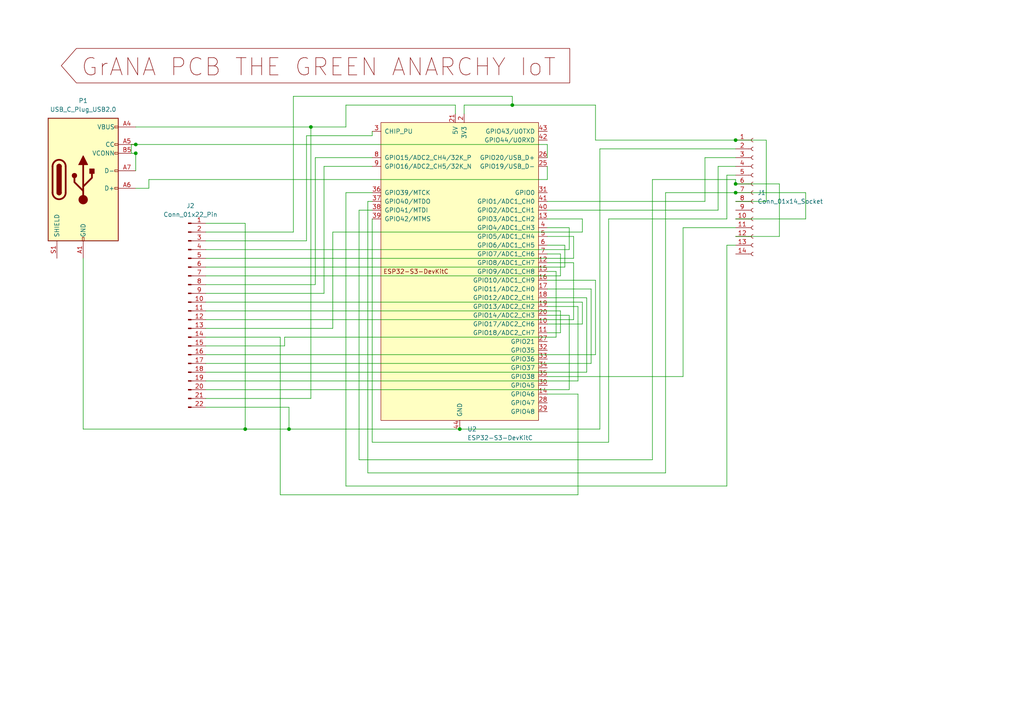
<source format=kicad_sch>
(kicad_sch (version 20231120) (generator "eeschema") (generator_version "8.0")
  (paper "A4")
  (lib_symbols
    (symbol "Connector:Conn_01x14_Socket" (pin_names (offset 1.016) hide)
      (property "Reference" "J" (at 0 17.78 0))
      (property "Value" "Conn_01x14_Socket" (at 0 -20.32 0))
      (symbol "Conn_01x14_Socket_1_1"
        (arc (start 0 -17.272) (mid -0.5058 -17.78) (end 0 -18.288) (stroke (width 0.1524)))
        (arc (start 0 -14.732) (mid -0.5058 -15.24) (end 0 -15.748) (stroke (width 0.1524)))
        (arc (start 0 -12.192) (mid -0.5058 -12.7) (end 0 -13.208) (stroke (width 0.1524)))
        (arc (start 0 -9.652) (mid -0.5058 -10.16) (end 0 -10.668) (stroke (width 0.1524)))
        (arc (start 0 -7.112) (mid -0.5058 -7.62) (end 0 -8.128) (stroke (width 0.1524)))
        (arc (start 0 -4.572) (mid -0.5058 -5.08) (end 0 -5.588) (stroke (width 0.1524)))
        (arc (start 0 -2.032) (mid -0.5058 -2.54) (end 0 -3.048) (stroke (width 0.1524)))
        (polyline (pts (xy -1.27 -17.78) (xy -0.508 -17.78)) (stroke (width 0.1524)))
        (polyline (pts (xy -1.27 -15.24) (xy -0.508 -15.24)) (stroke (width 0.1524)))
        (polyline (pts (xy -1.27 -12.7) (xy -0.508 -12.7)) (stroke (width 0.1524)))
        (polyline (pts (xy -1.27 -10.16) (xy -0.508 -10.16)) (stroke (width 0.1524)))
        (polyline (pts (xy -1.27 -7.62) (xy -0.508 -7.62)) (stroke (width 0.1524)))
        (polyline (pts (xy -1.27 -5.08) (xy -0.508 -5.08)) (stroke (width 0.1524)))
        (polyline (pts (xy -1.27 -2.54) (xy -0.508 -2.54)) (stroke (width 0.1524)))
        (polyline (pts (xy -1.27 0) (xy -0.508 0)) (stroke (width 0.1524)))
        (polyline (pts (xy -1.27 2.54) (xy -0.508 2.54)) (stroke (width 0.1524)))
        (polyline (pts (xy -1.27 5.08) (xy -0.508 5.08)) (stroke (width 0.1524)))
        (polyline (pts (xy -1.27 7.62) (xy -0.508 7.62)) (stroke (width 0.1524)))
        (polyline (pts (xy -1.27 10.16) (xy -0.508 10.16)) (stroke (width 0.1524)))
        (polyline (pts (xy -1.27 12.7) (xy -0.508 12.7)) (stroke (width 0.1524)))
        (polyline (pts (xy -1.27 15.24) (xy -0.508 15.24)) (stroke (width 0.1524)))
        (arc (start 0 0.508) (mid -0.5058 0) (end 0 -0.508) (stroke (width 0.1524)))
        (arc (start 0 3.048) (mid -0.5058 2.54) (end 0 2.032) (stroke (width 0.1524)))
        (arc (start 0 5.588) (mid -0.5058 5.08) (end 0 4.572) (stroke (width 0.1524)))
        (arc (start 0 8.128) (mid -0.5058 7.62) (end 0 7.112) (stroke (width 0.1524)))
        (arc (start 0 10.668) (mid -0.5058 10.16) (end 0 9.652) (stroke (width 0.1524)))
        (arc (start 0 13.208) (mid -0.5058 12.7) (end 0 12.192) (stroke (width 0.1524)))
        (arc (start 0 15.748) (mid -0.5058 15.24) (end 0 14.732) (stroke (width 0.1524)))
        (pin passive line (at -5.08 15.24 0) (length 3.81) (name "Pin_1") (number "1"))
        (pin passive line (at -5.08 -7.62 0) (length 3.81) (name "Pin_10") (number "10"))
        (pin passive line (at -5.08 -10.16 0) (length 3.81) (name "Pin_11") (number "11"))
        (pin passive line (at -5.08 -12.7 0) (length 3.81) (name "Pin_12") (number "12"))
        (pin passive line (at -5.08 -15.24 0) (length 3.81) (name "Pin_13") (number "13"))
        (pin passive line (at -5.08 -17.78 0) (length 3.81) (name "Pin_14") (number "14"))
        (pin passive line (at -5.08 12.7 0) (length 3.81) (name "Pin_2") (number "2"))
        (pin passive line (at -5.08 10.16 0) (length 3.81) (name "Pin_3") (number "3"))
        (pin passive line (at -5.08 7.62 0) (length 3.81) (name "Pin_4") (number "4"))
        (pin passive line (at -5.08 5.08 0) (length 3.81) (name "Pin_5") (number "5"))
        (pin passive line (at -5.08 2.54 0) (length 3.81) (name "Pin_6") (number "6"))
        (pin passive line (at -5.08 0 0) (length 3.81) (name "Pin_7") (number "7"))
        (pin passive line (at -5.08 -2.54 0) (length 3.81) (name "Pin_8") (number "8"))
        (pin passive line (at -5.08 -5.08 0) (length 3.81) (name "Pin_9") (number "9"))
      )
    )
    (symbol "Connector:Conn_01x22_Pin" (pin_names (offset 1.016) hide)
      (property "Reference" "J" (at 0 27.94 0))
      (property "Value" "Conn_01x22_Pin" (at 0 -30.48 0))
      (symbol "Conn_01x22_Pin_1_1"
        (polyline (pts (xy 1.27 -27.94) (xy 0.8636 -27.94)) (stroke (width 0.1524)))
        (polyline (pts (xy 1.27 -25.4) (xy 0.8636 -25.4)) (stroke (width 0.1524)))
        (polyline (pts (xy 1.27 -22.86) (xy 0.8636 -22.86)) (stroke (width 0.1524)))
        (polyline (pts (xy 1.27 -20.32) (xy 0.8636 -20.32)) (stroke (width 0.1524)))
        (polyline (pts (xy 1.27 -17.78) (xy 0.8636 -17.78)) (stroke (width 0.1524)))
        (polyline (pts (xy 1.27 -15.24) (xy 0.8636 -15.24)) (stroke (width 0.1524)))
        (polyline (pts (xy 1.27 -12.7) (xy 0.8636 -12.7)) (stroke (width 0.1524)))
        (polyline (pts (xy 1.27 -10.16) (xy 0.8636 -10.16)) (stroke (width 0.1524)))
        (polyline (pts (xy 1.27 -7.62) (xy 0.8636 -7.62)) (stroke (width 0.1524)))
        (polyline (pts (xy 1.27 -5.08) (xy 0.8636 -5.08)) (stroke (width 0.1524)))
        (polyline (pts (xy 1.27 -2.54) (xy 0.8636 -2.54)) (stroke (width 0.1524)))
        (polyline (pts (xy 1.27 0) (xy 0.8636 0)) (stroke (width 0.1524)))
        (polyline (pts (xy 1.27 2.54) (xy 0.8636 2.54)) (stroke (width 0.1524)))
        (polyline (pts (xy 1.27 5.08) (xy 0.8636 5.08)) (stroke (width 0.1524)))
        (polyline (pts (xy 1.27 7.62) (xy 0.8636 7.62)) (stroke (width 0.1524)))
        (polyline (pts (xy 1.27 10.16) (xy 0.8636 10.16)) (stroke (width 0.1524)))
        (polyline (pts (xy 1.27 12.7) (xy 0.8636 12.7)) (stroke (width 0.1524)))
        (polyline (pts (xy 1.27 15.24) (xy 0.8636 15.24)) (stroke (width 0.1524)))
        (polyline (pts (xy 1.27 17.78) (xy 0.8636 17.78)) (stroke (width 0.1524)))
        (polyline (pts (xy 1.27 20.32) (xy 0.8636 20.32)) (stroke (width 0.1524)))
        (polyline (pts (xy 1.27 22.86) (xy 0.8636 22.86)) (stroke (width 0.1524)))
        (polyline (pts (xy 1.27 25.4) (xy 0.8636 25.4)) (stroke (width 0.1524)))
        (rectangle (start 0.8636 -27.813) (end 0 -28.067) (stroke (width 0.1524)) (fill (type outline)))
        (rectangle (start 0.8636 -25.273) (end 0 -25.527) (stroke (width 0.1524)) (fill (type outline)))
        (rectangle (start 0.8636 -22.733) (end 0 -22.987) (stroke (width 0.1524)) (fill (type outline)))
        (rectangle (start 0.8636 -20.193) (end 0 -20.447) (stroke (width 0.1524)) (fill (type outline)))
        (rectangle (start 0.8636 -17.653) (end 0 -17.907) (stroke (width 0.1524)) (fill (type outline)))
        (rectangle (start 0.8636 -15.113) (end 0 -15.367) (stroke (width 0.1524)) (fill (type outline)))
        (rectangle (start 0.8636 -12.573) (end 0 -12.827) (stroke (width 0.1524)) (fill (type outline)))
        (rectangle (start 0.8636 -10.033) (end 0 -10.287) (stroke (width 0.1524)) (fill (type outline)))
        (rectangle (start 0.8636 -7.493) (end 0 -7.747) (stroke (width 0.1524)) (fill (type outline)))
        (rectangle (start 0.8636 -4.953) (end 0 -5.207) (stroke (width 0.1524)) (fill (type outline)))
        (rectangle (start 0.8636 -2.413) (end 0 -2.667) (stroke (width 0.1524)) (fill (type outline)))
        (rectangle (start 0.8636 0.127) (end 0 -0.127) (stroke (width 0.1524)) (fill (type outline)))
        (rectangle (start 0.8636 2.667) (end 0 2.413) (stroke (width 0.1524)) (fill (type outline)))
        (rectangle (start 0.8636 5.207) (end 0 4.953) (stroke (width 0.1524)) (fill (type outline)))
        (rectangle (start 0.8636 7.747) (end 0 7.493) (stroke (width 0.1524)) (fill (type outline)))
        (rectangle (start 0.8636 10.287) (end 0 10.033) (stroke (width 0.1524)) (fill (type outline)))
        (rectangle (start 0.8636 12.827) (end 0 12.573) (stroke (width 0.1524)) (fill (type outline)))
        (rectangle (start 0.8636 15.367) (end 0 15.113) (stroke (width 0.1524)) (fill (type outline)))
        (rectangle (start 0.8636 17.907) (end 0 17.653) (stroke (width 0.1524)) (fill (type outline)))
        (rectangle (start 0.8636 20.447) (end 0 20.193) (stroke (width 0.1524)) (fill (type outline)))
        (rectangle (start 0.8636 22.987) (end 0 22.733) (stroke (width 0.1524)) (fill (type outline)))
        (rectangle (start 0.8636 25.527) (end 0 25.273) (stroke (width 0.1524)) (fill (type outline)))
        (pin passive line (at 5.08 25.4 180) (length 3.81) (name "Pin_1") (number "1"))
        (pin passive line (at 5.08 2.54 180) (length 3.81) (name "Pin_10") (number "10"))
        (pin passive line (at 5.08 0 180) (length 3.81) (name "Pin_11") (number "11"))
        (pin passive line (at 5.08 -2.54 180) (length 3.81) (name "Pin_12") (number "12"))
        (pin passive line (at 5.08 -5.08 180) (length 3.81) (name "Pin_13") (number "13"))
        (pin passive line (at 5.08 -7.62 180) (length 3.81) (name "Pin_14") (number "14"))
        (pin passive line (at 5.08 -10.16 180) (length 3.81) (name "Pin_15") (number "15"))
        (pin passive line (at 5.08 -12.7 180) (length 3.81) (name "Pin_16") (number "16"))
        (pin passive line (at 5.08 -15.24 180) (length 3.81) (name "Pin_17") (number "17"))
        (pin passive line (at 5.08 -17.78 180) (length 3.81) (name "Pin_18") (number "18"))
        (pin passive line (at 5.08 -20.32 180) (length 3.81) (name "Pin_19") (number "19"))
        (pin passive line (at 5.08 22.86 180) (length 3.81) (name "Pin_2") (number "2"))
        (pin passive line (at 5.08 -22.86 180) (length 3.81) (name "Pin_20") (number "20"))
        (pin passive line (at 5.08 -25.4 180) (length 3.81) (name "Pin_21") (number "21"))
        (pin passive line (at 5.08 -27.94 180) (length 3.81) (name "Pin_22") (number "22"))
        (pin passive line (at 5.08 20.32 180) (length 3.81) (name "Pin_3") (number "3"))
        (pin passive line (at 5.08 17.78 180) (length 3.81) (name "Pin_4") (number "4"))
        (pin passive line (at 5.08 15.24 180) (length 3.81) (name "Pin_5") (number "5"))
        (pin passive line (at 5.08 12.7 180) (length 3.81) (name "Pin_6") (number "6"))
        (pin passive line (at 5.08 10.16 180) (length 3.81) (name "Pin_7") (number "7"))
        (pin passive line (at 5.08 7.62 180) (length 3.81) (name "Pin_8") (number "8"))
        (pin passive line (at 5.08 5.08 180) (length 3.81) (name "Pin_9") (number "9"))
      )
    )
    (symbol "Connector:USB_C_Plug_USB2.0" (pin_names (offset 1.016))
      (property "Reference" "P" (at -10.16 19.05 0))
      (property "Value" "USB_C_Plug_USB2.0" (at 12.7 19.05 0))
      (symbol "USB_C_Plug_USB2.0_0_0"
        (rectangle (start -0.254 -17.78) (end 0.254 -16.764))
        (rectangle (start 10.16 -2.286) (end 9.144 -2.794))
        (rectangle (start 10.16 2.794) (end 9.144 2.286))
        (rectangle (start 10.16 7.874) (end 9.144 7.366))
        (rectangle (start 10.16 10.414) (end 9.144 9.906))
        (rectangle (start 10.16 15.494) (end 9.144 14.986))
      )
      (symbol "USB_C_Plug_USB2.0_0_1"
        (rectangle (start -10.16 17.78) (end 10.16 -17.78) (stroke (width 0.254)) (fill (type background)))
        (arc (start -8.89 -3.81) (mid -6.985 -5.7067) (end -5.08 -3.81) (stroke (width 0.508)))
        (arc (start -7.62 -3.81) (mid -6.985 -4.4423) (end -6.35 -3.81) (stroke (width 0.254)))
        (arc (start -7.62 -3.81) (mid -6.985 -4.4423) (end -6.35 -3.81) (stroke (width 0.254)) (fill (type outline)))
        (rectangle (start -7.62 -3.81) (end -6.35 3.81) (stroke (width 0.254)) (fill (type outline)))
        (arc (start -6.35 3.81) (mid -6.985 4.4423) (end -7.62 3.81) (stroke (width 0.254)))
        (arc (start -6.35 3.81) (mid -6.985 4.4423) (end -7.62 3.81) (stroke (width 0.254)) (fill (type outline)))
        (arc (start -5.08 3.81) (mid -6.985 5.7067) (end -8.89 3.81) (stroke (width 0.508)))
        (circle (center -2.54 1.143) (radius 0.635) (stroke (width 0.254)) (fill (type outline)))
        (circle (center 0 -5.842) (radius 1.27) (fill (type outline)))
        (polyline (pts (xy -8.89 -3.81) (xy -8.89 3.81)) (stroke (width 0.508)))
        (polyline (pts (xy -5.08 3.81) (xy -5.08 -3.81)) (stroke (width 0.508)))
        (polyline (pts (xy 0 -5.842) (xy 0 4.318)) (stroke (width 0.508)))
        (polyline (pts (xy 0 -3.302) (xy -2.54 -0.762) (xy -2.54 0.508)) (stroke (width 0.508)))
        (polyline (pts (xy 0 -2.032) (xy 2.54 0.508) (xy 2.54 1.778)) (stroke (width 0.508)))
        (polyline (pts (xy -1.27 4.318) (xy 0 6.858) (xy 1.27 4.318) (xy -1.27 4.318)) (stroke (width 0.254)) (fill (type outline)))
        (rectangle (start 1.905 1.778) (end 3.175 3.048) (stroke (width 0.254)) (fill (type outline)))
      )
      (symbol "USB_C_Plug_USB2.0_1_1"
        (pin passive line (at 0 -22.86 90) (length 5.08) (name "GND") (number "A1"))
        (pin passive line (at 0 -22.86 90) (length 5.08) hide (name "GND") (number "A12"))
        (pin passive line (at 15.24 15.24 180) (length 5.08) (name "VBUS") (number "A4"))
        (pin bidirectional line (at 15.24 10.16 180) (length 5.08) (name "CC") (number "A5"))
        (pin bidirectional line (at 15.24 -2.54 180) (length 5.08) (name "D+") (number "A6"))
        (pin bidirectional line (at 15.24 2.54 180) (length 5.08) (name "D-") (number "A7"))
        (pin passive line (at 15.24 15.24 180) (length 5.08) hide (name "VBUS") (number "A9"))
        (pin passive line (at 0 -22.86 90) (length 5.08) hide (name "GND") (number "B1"))
        (pin passive line (at 0 -22.86 90) (length 5.08) hide (name "GND") (number "B12"))
        (pin passive line (at 15.24 15.24 180) (length 5.08) hide (name "VBUS") (number "B4"))
        (pin bidirectional line (at 15.24 7.62 180) (length 5.08) (name "VCONN") (number "B5"))
        (pin passive line (at 15.24 15.24 180) (length 5.08) hide (name "VBUS") (number "B9"))
        (pin passive line (at -7.62 -22.86 90) (length 5.08) (name "SHIELD") (number "S1"))
      )
    )
    (symbol "Espressif:ESP32-S3-DevKitC" (pin_names (offset 1.016))
      (property "Reference" "U" (at -22.86 48.26 0))
      (property "Value" "ESP32-S3-DevKitC" (at -22.86 45.72 0))
      (symbol "ESP32-S3-DevKitC_0_0"
        (text "ESP32-S3-DevKitC" (at -12.7 0 0) (effects (font (size 1.27 1.27))))
        (pin bidirectional line (at 25.4 -35.56 180) (length 2.54) (name "GPIO46") (number "14"))
        (pin bidirectional line (at 25.4 -10.16 180) (length 2.54) (name "GPIO13/ADC2_CH2") (number "19"))
        (pin bidirectional line (at -25.4 15.24 0) (length 2.54) (name "GPIO42/MTMS") (number "39"))
        (pin bidirectional line (at 25.4 17.78 180) (length 2.54) (name "GPIO2/ADC1_CH1") (number "40"))
        (pin bidirectional line (at 25.4 20.32 180) (length 2.54) (name "GPIO1/ADC1_CH0") (number "41"))
        (pin bidirectional line (at 25.4 38.1 180) (length 2.54) (name "GPIO44/U0RXD") (number "42"))
        (pin bidirectional line (at 25.4 40.64 180) (length 2.54) (name "GPIO43/U0TXD") (number "43"))
        (pin power_in line (at 0 -45.72 90) (length 2.54) (name "GND") (number "44"))
      )
      (symbol "ESP32-S3-DevKitC_0_1"
        (rectangle (start -22.86 43.18) (end 22.86 -43.18) (fill (type background)))
        (pin power_in line (at 1.27 45.72 270) (length 2.54) (name "3V3") (number "2"))
      )
      (symbol "ESP32-S3-DevKitC_1_1"
        (pin passive line (at 1.27 45.72 270) (length 2.54) hide (name "3V3") (number "1"))
        (pin bidirectional line (at 25.4 -15.24 180) (length 2.54) (name "GPIO17/ADC2_CH6") (number "10"))
        (pin bidirectional line (at 25.4 -17.78 180) (length 2.54) (name "GPIO18/ADC2_CH7") (number "11"))
        (pin bidirectional line (at 25.4 2.54 180) (length 2.54) (name "GPIO8/ADC1_CH7") (number "12"))
        (pin bidirectional line (at 25.4 15.24 180) (length 2.54) (name "GPIO3/ADC1_CH2") (number "13"))
        (pin bidirectional line (at 25.4 0 180) (length 2.54) (name "GPIO9/ADC1_CH8") (number "15"))
        (pin bidirectional line (at 25.4 -2.54 180) (length 2.54) (name "GPIO10/ADC1_CH9") (number "16"))
        (pin bidirectional line (at 25.4 -5.08 180) (length 2.54) (name "GPIO11/ADC2_CH0") (number "17"))
        (pin bidirectional line (at 25.4 -7.62 180) (length 2.54) (name "GPIO12/ADC2_CH1") (number "18"))
        (pin bidirectional line (at 25.4 -12.7 180) (length 2.54) (name "GPIO14/ADC2_CH3") (number "20"))
        (pin power_in line (at -1.27 45.72 270) (length 2.54) (name "5V") (number "21"))
        (pin passive line (at 0 -45.72 90) (length 2.54) hide (name "GND") (number "22"))
        (pin passive line (at 0 -45.72 90) (length 2.54) hide (name "GND") (number "23"))
        (pin passive line (at 0 -45.72 90) (length 2.54) hide (name "GND") (number "24"))
        (pin bidirectional line (at 25.4 30.48 180) (length 2.54) (name "GPIO19/USB_D-") (number "25"))
        (pin bidirectional line (at 25.4 33.02 180) (length 2.54) (name "GPIO20/USB_D+") (number "26"))
        (pin bidirectional line (at 25.4 -20.32 180) (length 2.54) (name "GPIO21") (number "27"))
        (pin bidirectional line (at 25.4 -38.1 180) (length 2.54) (name "GPIO47") (number "28"))
        (pin bidirectional line (at 25.4 -40.64 180) (length 2.54) (name "GPIO48") (number "29"))
        (pin input line (at -25.4 40.64 0) (length 2.54) (name "CHIP_PU") (number "3"))
        (pin bidirectional line (at 25.4 -33.02 180) (length 2.54) (name "GPIO45") (number "30"))
        (pin bidirectional line (at 25.4 22.86 180) (length 2.54) (name "GPIO0") (number "31"))
        (pin bidirectional line (at 25.4 -22.86 180) (length 2.54) (name "GPIO35") (number "32"))
        (pin bidirectional line (at 25.4 -25.4 180) (length 2.54) (name "GPIO36") (number "33"))
        (pin bidirectional line (at 25.4 -27.94 180) (length 2.54) (name "GPIO37") (number "34"))
        (pin bidirectional line (at 25.4 -30.48 180) (length 2.54) (name "GPIO38") (number "35"))
        (pin bidirectional line (at -25.4 22.86 0) (length 2.54) (name "GPIO39/MTCK") (number "36"))
        (pin bidirectional line (at -25.4 20.32 0) (length 2.54) (name "GPIO40/MTDO") (number "37"))
        (pin bidirectional line (at -25.4 17.78 0) (length 2.54) (name "GPIO41/MTDI") (number "38"))
        (pin bidirectional line (at 25.4 12.7 180) (length 2.54) (name "GPIO4/ADC1_CH3") (number "4"))
        (pin bidirectional line (at 25.4 10.16 180) (length 2.54) (name "GPIO5/ADC1_CH4") (number "5"))
        (pin bidirectional line (at 25.4 7.62 180) (length 2.54) (name "GPIO6/ADC1_CH5") (number "6"))
        (pin bidirectional line (at 25.4 5.08 180) (length 2.54) (name "GPIO7/ADC1_CH6") (number "7"))
        (pin bidirectional line (at -25.4 33.02 0) (length 2.54) (name "GPIO15/ADC2_CH4/32K_P") (number "8"))
        (pin bidirectional line (at -25.4 30.48 0) (length 2.54) (name "GPIO16/ADC2_CH5/32K_N") (number "9"))
      )
    )
  )
  (junction (at 133.35 124.46))
  (junction (at 213.36 53.34))
  (junction (at 90.17 36.83))
  (junction (at 148.59 30.48))
  (junction (at 83.82 124.46))
  (junction (at 213.36 55.88))
  (junction (at 213.36 40.64))
  (junction (at 39.37 41.91))
  (junction (at 39.37 44.45))
  (junction (at 71.12 124.46))
  (wire (pts (xy 59.69 80.01) (xy 162.56 80.01)))
  (wire (pts (xy 210.82 50.8) (xy 210.82 63.5)))
  (wire (pts (xy 83.82 118.11) (xy 83.82 124.46)))
  (wire (pts (xy 213.36 63.5) (xy 233.68 63.5)))
  (wire (pts (xy 93.98 48.26) (xy 107.95 48.26)))
  (wire (pts (xy 59.69 92.71) (xy 166.37 92.71)))
  (wire (pts (xy 148.59 30.48) (xy 134.62 30.48)))
  (wire (pts (xy 213.36 40.64) (xy 222.25 40.64)))
  (wire (pts (xy 93.98 85.09) (xy 93.98 48.26)))
  (wire (pts (xy 171.45 105.41) (xy 171.45 83.82)))
  (wire (pts (xy 213.36 40.64) (xy 172.72 40.64)))
  (wire (pts (xy 165.1 72.39) (xy 165.1 66.04)))
  (wire (pts (xy 83.82 124.46) (xy 133.35 124.46)))
  (wire (pts (xy 158.75 83.82) (xy 171.45 83.82)))
  (wire (pts (xy 168.91 93.98) (xy 158.75 93.98)))
  (wire (pts (xy 71.12 64.77) (xy 71.12 124.46)))
  (wire (pts (xy 24.13 124.46) (xy 71.12 124.46)))
  (wire (pts (xy 213.36 43.18) (xy 173.99 43.18)))
  (wire (pts (xy 91.44 45.72) (xy 107.95 45.72)))
  (wire (pts (xy 148.59 27.94) (xy 148.59 30.48)))
  (wire (pts (xy 81.28 143.51) (xy 167.64 143.51)))
  (wire (pts (xy 204.47 45.72) (xy 213.36 45.72)))
  (wire (pts (xy 100.33 36.83) (xy 100.33 30.48)))
  (wire (pts (xy 172.72 102.87) (xy 172.72 81.28)))
  (wire (pts (xy 173.99 124.46) (xy 133.35 124.46)))
  (wire (pts (xy 91.44 82.55) (xy 91.44 45.72)))
  (wire (pts (xy 189.23 52.07) (xy 213.36 52.07)))
  (wire (pts (xy 88.9 39.37) (xy 107.95 39.37)))
  (wire (pts (xy 172.72 81.28) (xy 158.75 81.28)))
  (wire (pts (xy 170.18 107.95) (xy 170.18 86.36)))
  (wire (pts (xy 39.37 44.45) (xy 39.37 49.53)))
  (wire (pts (xy 198.12 109.22) (xy 158.75 109.22)))
  (wire (pts (xy 59.69 69.85) (xy 88.9 69.85)))
  (wire (pts (xy 85.09 27.94) (xy 148.59 27.94)))
  (wire (pts (xy 59.69 64.77) (xy 71.12 64.77)))
  (wire (pts (xy 96.52 67.31) (xy 168.91 67.31)))
  (wire (pts (xy 162.56 90.17) (xy 162.56 96.52)))
  (wire (pts (xy 59.69 74.93) (xy 166.37 74.93)))
  (wire (pts (xy 163.83 71.12) (xy 158.75 71.12)))
  (wire (pts (xy 82.55 97.79) (xy 82.55 100.33)))
  (wire (pts (xy 39.37 41.91) (xy 38.1 41.91)))
  (wire (pts (xy 168.91 67.31) (xy 168.91 63.5)))
  (wire (pts (xy 106.68 137.16) (xy 106.68 58.42)))
  (wire (pts (xy 59.69 77.47) (xy 163.83 77.47)))
  (wire (pts (xy 100.33 55.88) (xy 100.33 140.97)))
  (wire (pts (xy 167.64 88.9) (xy 158.75 88.9)))
  (wire (pts (xy 38.1 41.91) (xy 38.1 44.45)))
  (wire (pts (xy 189.23 133.35) (xy 189.23 52.07)))
  (wire (pts (xy 85.09 67.31) (xy 85.09 27.94)))
  (wire (pts (xy 43.18 52.07) (xy 43.18 54.61)))
  (wire (pts (xy 213.36 66.04) (xy 198.12 66.04)))
  (wire (pts (xy 59.69 82.55) (xy 91.44 82.55)))
  (wire (pts (xy 173.99 43.18) (xy 173.99 124.46)))
  (wire (pts (xy 59.69 97.79) (xy 81.28 97.79)))
  (wire (pts (xy 168.91 87.63) (xy 168.91 93.98)))
  (wire (pts (xy 38.1 44.45) (xy 39.37 44.45)))
  (wire (pts (xy 88.9 69.85) (xy 88.9 39.37)))
  (wire (pts (xy 172.72 40.64) (xy 172.72 30.48)))
  (wire (pts (xy 132.08 30.48) (xy 132.08 33.02)))
  (wire (pts (xy 172.72 30.48) (xy 148.59 30.48)))
  (wire (pts (xy 168.91 63.5) (xy 158.75 63.5)))
  (wire (pts (xy 59.69 95.25) (xy 96.52 95.25)))
  (wire (pts (xy 39.37 36.83) (xy 90.17 36.83)))
  (wire (pts (xy 100.33 30.48) (xy 132.08 30.48)))
  (wire (pts (xy 158.75 52.07) (xy 158.75 48.26)))
  (wire (pts (xy 213.36 68.58) (xy 226.06 68.58)))
  (wire (pts (xy 59.69 87.63) (xy 168.91 87.63)))
  (wire (pts (xy 100.33 140.97) (xy 210.82 140.97)))
  (wire (pts (xy 163.83 77.47) (xy 163.83 71.12)))
  (wire (pts (xy 59.69 115.57) (xy 90.17 115.57)))
  (wire (pts (xy 166.37 74.93) (xy 166.37 68.58)))
  (wire (pts (xy 167.64 143.51) (xy 167.64 114.3)))
  (wire (pts (xy 158.75 58.42) (xy 204.47 58.42)))
  (wire (pts (xy 134.62 30.48) (xy 134.62 33.02)))
  (wire (pts (xy 59.69 102.87) (xy 172.72 102.87)))
  (wire (pts (xy 233.68 63.5) (xy 233.68 55.88)))
  (wire (pts (xy 198.12 66.04) (xy 198.12 109.22)))
  (wire (pts (xy 106.68 58.42) (xy 107.95 58.42)))
  (wire (pts (xy 43.18 54.61) (xy 39.37 54.61)))
  (wire (pts (xy 193.04 137.16) (xy 106.68 137.16)))
  (wire (pts (xy 158.75 60.96) (xy 208.28 60.96)))
  (wire (pts (xy 176.53 128.27) (xy 107.95 128.27)))
  (wire (pts (xy 176.53 63.5) (xy 176.53 128.27)))
  (wire (pts (xy 81.28 97.79) (xy 81.28 143.51)))
  (wire (pts (xy 210.82 63.5) (xy 176.53 63.5)))
  (wire (pts (xy 43.18 52.07) (xy 158.75 52.07)))
  (wire (pts (xy 90.17 36.83) (xy 100.33 36.83)))
  (wire (pts (xy 59.69 85.09) (xy 93.98 85.09)))
  (wire (pts (xy 170.18 86.36) (xy 158.75 86.36)))
  (wire (pts (xy 59.69 107.95) (xy 170.18 107.95)))
  (wire (pts (xy 107.95 39.37) (xy 107.95 38.1)))
  (wire (pts (xy 59.69 67.31) (xy 85.09 67.31)))
  (wire (pts (xy 161.29 97.79) (xy 82.55 97.79)))
  (wire (pts (xy 107.95 60.96) (xy 104.14 60.96)))
  (wire (pts (xy 162.56 80.01) (xy 162.56 73.66)))
  (wire (pts (xy 165.1 66.04) (xy 158.75 66.04)))
  (wire (pts (xy 59.69 72.39) (xy 165.1 72.39)))
  (wire (pts (xy 162.56 96.52) (xy 158.75 96.52)))
  (wire (pts (xy 71.12 124.46) (xy 83.82 124.46)))
  (wire (pts (xy 104.14 133.35) (xy 189.23 133.35)))
  (wire (pts (xy 107.95 55.88) (xy 100.33 55.88)))
  (wire (pts (xy 208.28 60.96) (xy 208.28 48.26)))
  (wire (pts (xy 213.36 58.42) (xy 222.25 58.42)))
  (wire (pts (xy 210.82 71.12) (xy 213.36 71.12)))
  (wire (pts (xy 167.64 110.49) (xy 167.64 88.9)))
  (wire (pts (xy 104.14 60.96) (xy 104.14 133.35)))
  (wire (pts (xy 226.06 68.58) (xy 226.06 53.34)))
  (wire (pts (xy 165.1 113.03) (xy 165.1 91.44)))
  (wire (pts (xy 24.13 74.93) (xy 24.13 124.46)))
  (wire (pts (xy 210.82 71.12) (xy 210.82 140.97)))
  (wire (pts (xy 213.36 50.8) (xy 210.82 50.8)))
  (wire (pts (xy 222.25 58.42) (xy 222.25 40.64)))
  (wire (pts (xy 59.69 90.17) (xy 162.56 90.17)))
  (wire (pts (xy 166.37 76.2) (xy 158.75 76.2)))
  (wire (pts (xy 204.47 58.42) (xy 204.47 45.72)))
  (wire (pts (xy 39.37 41.91) (xy 158.75 41.91)))
  (wire (pts (xy 193.04 55.88) (xy 193.04 137.16)))
  (wire (pts (xy 213.36 53.34) (xy 226.06 53.34)))
  (wire (pts (xy 213.36 55.88) (xy 193.04 55.88)))
  (wire (pts (xy 162.56 73.66) (xy 158.75 73.66)))
  (wire (pts (xy 59.69 110.49) (xy 167.64 110.49)))
  (wire (pts (xy 59.69 118.11) (xy 83.82 118.11)))
  (wire (pts (xy 213.36 55.88) (xy 233.68 55.88)))
  (wire (pts (xy 166.37 92.71) (xy 166.37 76.2)))
  (wire (pts (xy 161.29 97.79) (xy 161.29 78.74)))
  (wire (pts (xy 213.36 52.07) (xy 213.36 53.34)))
  (wire (pts (xy 158.75 41.91) (xy 158.75 45.72)))
  (wire (pts (xy 82.55 100.33) (xy 59.69 100.33)))
  (wire (pts (xy 59.69 105.41) (xy 171.45 105.41)))
  (wire (pts (xy 161.29 78.74) (xy 158.75 78.74)))
  (wire (pts (xy 167.64 114.3) (xy 158.75 114.3)))
  (wire (pts (xy 208.28 48.26) (xy 213.36 48.26)))
  (wire (pts (xy 96.52 95.25) (xy 96.52 67.31)))
  (wire (pts (xy 165.1 91.44) (xy 158.75 91.44)))
  (wire (pts (xy 166.37 68.58) (xy 158.75 68.58)))
  (wire (pts (xy 107.95 128.27) (xy 107.95 63.5)))
  (wire (pts (xy 90.17 115.57) (xy 90.17 36.83)))
  (wire (pts (xy 59.69 113.03) (xy 165.1 113.03)))
  (global_label "GrANA PCB THE GREEN ANARCHY IoT" (shape input) (at 17.78 19.05 0) (effects (font (size 5 5))) (property "Intersheetrefs" "${INTERSHEET_REFS}" (effects (hide yes))))
  (symbol (lib_id "Espressif:ESP32-S3-DevKitC") (at 133.35 78.74 0) (unit 1)
    (property "Reference" "U2" (at 135.5441 124.46 0) (effects (justify left)))
    (property "Value" "ESP32-S3-DevKitC" (at 135.5441 127 0) (effects (justify left)))
    (property "Footprint" "Library:ESP32-S3-DevKitC" (effects (hide yes)))
    (property "Description" "ESP32-S3-DevKitC" (effects (hide yes)))
  )
  (symbol (lib_id "Connector:USB_C_Plug_USB2.0") (at 24.13 52.07 0) (unit 1)
    (property "Reference" "P1" (at 24.13 29.21 0))
    (property "Value" "USB_C_Plug_USB2.0" (at 24.13 31.75 0))
    (property "Footprint" "Connector_USB:USB_C_Plug_ShenzhenJingTuoJin_918-118A2021Y40002_Vertical" (effects (hide yes)))
    (property "Datasheet" "https://www.usb.org/sites/default/files/documents/usb_type-c.zip" (effects (hide yes)))
  )
  (symbol (lib_id "Connector:Conn_01x22_Pin") (at 54.61 90.17 0) (unit 1)
    (property "Reference" "J2" (at 55.245 59.69 0))
    (property "Value" "Conn_01x22_Pin" (at 55.245 62.23 0))
    (property "Footprint" "Connector_PinSocket_2.54mm:PinSocket_1x22_P2.54mm_Vertical" (effects (hide yes)))
    (property "Description" "Generic connector, single row, 01x22, script generated" (effects (hide yes)))
  )
  (symbol (lib_id "Connector:Conn_01x14_Socket") (at 218.44 55.88 0) (unit 1)
    (property "Reference" "J1" (at 219.71 55.8799 0) (effects (justify left)))
    (property "Value" "Conn_01x14_Socket" (at 219.71 58.4199 0) (effects (justify left)))
    (property "Footprint" "Connector_PinSocket_2.54mm:PinSocket_1x14_P2.54mm_Vertical" (effects (hide yes)))
    (property "Description" "Generic connector, single row, 01x14, script generated" (effects (hide yes)))
  )
)
</source>
